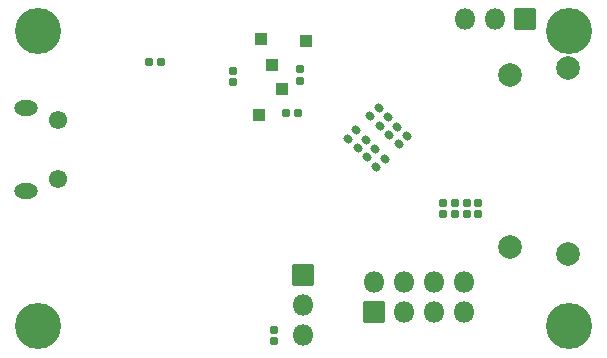
<source format=gbr>
%TF.GenerationSoftware,KiCad,Pcbnew,8.0.2*%
%TF.CreationDate,2024-05-26T20:11:31+02:00*%
%TF.ProjectId,protoB,70726f74-6f42-42e6-9b69-6361645f7063,rev?*%
%TF.SameCoordinates,PXbe7f170PY6de9350*%
%TF.FileFunction,Soldermask,Bot*%
%TF.FilePolarity,Negative*%
%FSLAX46Y46*%
G04 Gerber Fmt 4.6, Leading zero omitted, Abs format (unit mm)*
G04 Created by KiCad (PCBNEW 8.0.2) date 2024-05-26 20:11:31*
%MOMM*%
%LPD*%
G01*
G04 APERTURE LIST*
G04 Aperture macros list*
%AMRoundRect*
0 Rectangle with rounded corners*
0 $1 Rounding radius*
0 $2 $3 $4 $5 $6 $7 $8 $9 X,Y pos of 4 corners*
0 Add a 4 corners polygon primitive as box body*
4,1,4,$2,$3,$4,$5,$6,$7,$8,$9,$2,$3,0*
0 Add four circle primitives for the rounded corners*
1,1,$1+$1,$2,$3*
1,1,$1+$1,$4,$5*
1,1,$1+$1,$6,$7*
1,1,$1+$1,$8,$9*
0 Add four rect primitives between the rounded corners*
20,1,$1+$1,$2,$3,$4,$5,0*
20,1,$1+$1,$4,$5,$6,$7,0*
20,1,$1+$1,$6,$7,$8,$9,0*
20,1,$1+$1,$8,$9,$2,$3,0*%
G04 Aperture macros list end*
%ADD10C,3.900000*%
%ADD11RoundRect,0.050000X-0.850000X-0.850000X0.850000X-0.850000X0.850000X0.850000X-0.850000X0.850000X0*%
%ADD12O,1.800000X1.800000*%
%ADD13RoundRect,0.050000X-0.850000X0.850000X-0.850000X-0.850000X0.850000X-0.850000X0.850000X0.850000X0*%
%ADD14RoundRect,0.050000X0.850000X-0.850000X0.850000X0.850000X-0.850000X0.850000X-0.850000X-0.850000X0*%
%ADD15C,2.000000*%
%ADD16O,2.000000X1.300000*%
%ADD17C,1.550000*%
%ADD18RoundRect,0.172500X0.197500X-0.172500X0.197500X0.172500X-0.197500X0.172500X-0.197500X-0.172500X0*%
%ADD19RoundRect,0.172500X0.017678X-0.261630X0.261630X-0.017678X-0.017678X0.261630X-0.261630X0.017678X0*%
%ADD20RoundRect,0.172500X-0.017678X0.261630X-0.261630X0.017678X0.017678X-0.261630X0.261630X-0.017678X0*%
%ADD21RoundRect,0.172500X0.172500X0.197500X-0.172500X0.197500X-0.172500X-0.197500X0.172500X-0.197500X0*%
%ADD22RoundRect,0.172500X-0.197500X0.172500X-0.197500X-0.172500X0.197500X-0.172500X0.197500X0.172500X0*%
%ADD23RoundRect,0.050000X0.500000X0.500000X-0.500000X0.500000X-0.500000X-0.500000X0.500000X-0.500000X0*%
%ADD24RoundRect,0.165000X0.195000X-0.165000X0.195000X0.165000X-0.195000X0.165000X-0.195000X-0.165000X0*%
%ADD25RoundRect,0.165000X-0.165000X-0.195000X0.165000X-0.195000X0.165000X0.195000X-0.165000X0.195000X0*%
%ADD26RoundRect,0.165000X-0.195000X0.165000X-0.195000X-0.165000X0.195000X-0.165000X0.195000X0.165000X0*%
G04 APERTURE END LIST*
D10*
%TO.C,REF\u002A\u002A*%
X2750000Y27750000D03*
%TD*%
%TO.C,REF\u002A\u002A*%
X47750000Y27750000D03*
%TD*%
D11*
%TO.C,J6*%
X25167000Y7080000D03*
D12*
X25167000Y4540000D03*
X25167000Y2000000D03*
%TD*%
D10*
%TO.C,REF\u002A\u002A*%
X47750000Y2750000D03*
%TD*%
%TO.C,REF\u002A\u002A*%
X2750000Y2750000D03*
%TD*%
D13*
%TO.C,J2*%
X43950000Y28750000D03*
D12*
X41410000Y28750000D03*
X38870000Y28750000D03*
%TD*%
D14*
%TO.C,J4*%
X31200000Y3975000D03*
D12*
X31200000Y6515000D03*
X33740000Y3975000D03*
X33740000Y6515000D03*
X36280000Y3975000D03*
X36280000Y6515000D03*
X38820000Y3975000D03*
X38820000Y6515000D03*
%TD*%
D15*
%TO.C,J5*%
X47650000Y24600000D03*
X42750000Y24000000D03*
X42750000Y9500000D03*
X47650000Y8900000D03*
%TD*%
D16*
%TO.C,J1*%
X1762500Y21250000D03*
D17*
X4462500Y20250000D03*
X4462500Y15250000D03*
D16*
X1762500Y14250000D03*
%TD*%
D18*
%TO.C,R8*%
X39050000Y12265000D03*
X39050000Y13235000D03*
%TD*%
D19*
%TO.C,C2*%
X30607053Y17057053D03*
X31292947Y17742947D03*
%TD*%
D20*
%TO.C,C8*%
X32392947Y20442947D03*
X31707053Y19757053D03*
%TD*%
D21*
%TO.C,R1*%
X13155000Y25160000D03*
X12185000Y25160000D03*
%TD*%
D20*
%TO.C,C6*%
X33192947Y19642947D03*
X32507053Y18957053D03*
%TD*%
D19*
%TO.C,C5*%
X31407053Y16257053D03*
X32092947Y16942947D03*
%TD*%
D20*
%TO.C,C4*%
X33992947Y18842947D03*
X33307053Y18157053D03*
%TD*%
%TO.C,C9*%
X31592947Y21242947D03*
X30907053Y20557053D03*
%TD*%
D18*
%TO.C,R9*%
X40050000Y12265000D03*
X40050000Y13235000D03*
%TD*%
%TO.C,R7*%
X37050000Y12265000D03*
X37050000Y13235000D03*
%TD*%
D19*
%TO.C,C3*%
X29807053Y17857053D03*
X30492947Y18542947D03*
%TD*%
D18*
%TO.C,C22*%
X22750000Y1515000D03*
X22750000Y2485000D03*
%TD*%
D19*
%TO.C,C1*%
X29007053Y18657053D03*
X29692947Y19342947D03*
%TD*%
D22*
%TO.C,R10*%
X38050000Y13235000D03*
X38050000Y12265000D03*
%TD*%
D23*
%TO.C,TP3*%
X22550000Y24850000D03*
%TD*%
D24*
%TO.C,C16*%
X19250000Y23450000D03*
X19250000Y24410000D03*
%TD*%
D25*
%TO.C,C15*%
X23790000Y20850000D03*
X24750000Y20850000D03*
%TD*%
D23*
%TO.C,TP1*%
X21650000Y27050000D03*
%TD*%
%TO.C,TP2*%
X25450000Y26950000D03*
%TD*%
%TO.C,TP0*%
X23450000Y22850000D03*
%TD*%
%TO.C,TP7*%
X21450000Y20650000D03*
%TD*%
D26*
%TO.C,C14*%
X24950000Y24530000D03*
X24950000Y23570000D03*
%TD*%
M02*

</source>
